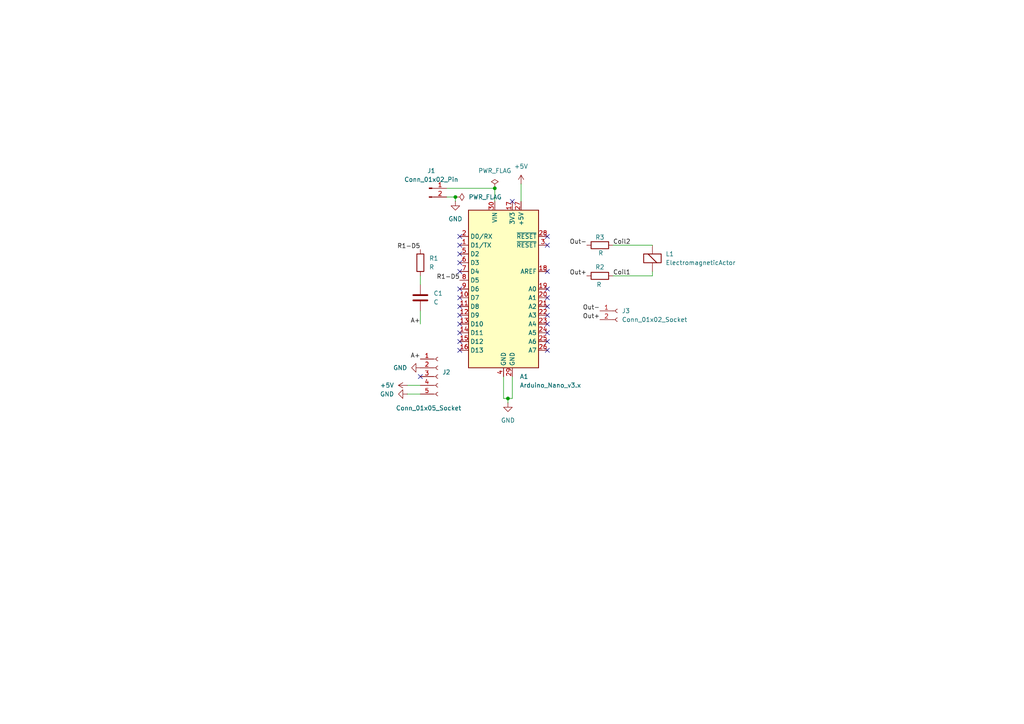
<source format=kicad_sch>
(kicad_sch (version 20250114) (generator "eeschema") (generator_version "9.0")
  (paper "A4")
  (lib_symbols
    (symbol "Connector:Conn_01x02_Pin" (pin_names (offset 1.016) (hide yes))
      (property "Reference" "J" (at 0 2.54 0))
      (property "Value" "Conn_01x02_Pin" (at 0 -5.08 0))
      (symbol "Conn_01x02_Pin_1_1"
        (rectangle (start 0.8636 0.127) (end 0 -0.127) (stroke (width 0.1524)) (fill (type outline)))
        (rectangle (start 0.8636 -2.413) (end 0 -2.667) (stroke (width 0.1524)) (fill (type outline)))
        (polyline (pts (xy 1.27 0) (xy 0.8636 0)) (stroke (width 0.1524)))
        (polyline (pts (xy 1.27 -2.54) (xy 0.8636 -2.54)) (stroke (width 0.1524)))
        (pin passive line (at 5.08 0 180) (length 3.81) (name "Pin_1") (number "1"))
        (pin passive line (at 5.08 -2.54 180) (length 3.81) (name "Pin_2") (number "2"))
      )
    )
    (symbol "Connector:Conn_01x02_Socket" (pin_names (offset 1.016) (hide yes))
      (property "Reference" "J" (at 0 2.54 0))
      (property "Value" "Conn_01x02_Socket" (at 0 -5.08 0))
      (symbol "Conn_01x02_Socket_1_1"
        (polyline (pts (xy -1.27 0) (xy -0.508 0)) (stroke (width 0.1524)))
        (polyline (pts (xy -1.27 -2.54) (xy -0.508 -2.54)) (stroke (width 0.1524)))
        (arc (start 0 -0.508) (mid -0.5058 0) (end 0 0.508) (stroke (width 0.1524)))
        (arc (start 0 -3.048) (mid -0.5058 -2.54) (end 0 -2.032) (stroke (width 0.1524)))
        (pin passive line (at -5.08 0 0) (length 3.81) (name "Pin_1") (number "1"))
        (pin passive line (at -5.08 -2.54 0) (length 3.81) (name "Pin_2") (number "2"))
      )
    )
    (symbol "Connector:Conn_01x05_Socket" (pin_names (offset 1.016) (hide yes))
      (property "Reference" "J" (at 0 7.62 0))
      (property "Value" "Conn_01x05_Socket" (at 0 -7.62 0))
      (symbol "Conn_01x05_Socket_1_1"
        (polyline (pts (xy -1.27 5.08) (xy -0.508 5.08)) (stroke (width 0.1524)))
        (polyline (pts (xy -1.27 2.54) (xy -0.508 2.54)) (stroke (width 0.1524)))
        (polyline (pts (xy -1.27 0) (xy -0.508 0)) (stroke (width 0.1524)))
        (polyline (pts (xy -1.27 -2.54) (xy -0.508 -2.54)) (stroke (width 0.1524)))
        (polyline (pts (xy -1.27 -5.08) (xy -0.508 -5.08)) (stroke (width 0.1524)))
        (arc (start 0 4.572) (mid -0.5058 5.08) (end 0 5.588) (stroke (width 0.1524)))
        (arc (start 0 2.032) (mid -0.5058 2.54) (end 0 3.048) (stroke (width 0.1524)))
        (arc (start 0 -0.508) (mid -0.5058 0) (end 0 0.508) (stroke (width 0.1524)))
        (arc (start 0 -3.048) (mid -0.5058 -2.54) (end 0 -2.032) (stroke (width 0.1524)))
        (arc (start 0 -5.588) (mid -0.5058 -5.08) (end 0 -4.572) (stroke (width 0.1524)))
        (pin passive line (at -5.08 5.08 0) (length 3.81) (name "Pin_1") (number "1"))
        (pin passive line (at -5.08 2.54 0) (length 3.81) (name "Pin_2") (number "2"))
        (pin passive line (at -5.08 0 0) (length 3.81) (name "Pin_3") (number "3"))
        (pin passive line (at -5.08 -2.54 0) (length 3.81) (name "Pin_4") (number "4"))
        (pin passive line (at -5.08 -5.08 0) (length 3.81) (name "Pin_5") (number "5"))
      )
    )
    (symbol "Device:C" (pin_numbers (hide yes)) (pin_names (offset 0.254))
      (property "Reference" "C" (at 0.635 2.54 0))
      (property "Value" "C" (at 0.635 -2.54 0))
      (symbol "C_0_1"
        (polyline (pts (xy -2.032 0.762) (xy 2.032 0.762)) (stroke (width 0.508)))
        (polyline (pts (xy -2.032 -0.762) (xy 2.032 -0.762)) (stroke (width 0.508)))
      )
      (symbol "C_1_1"
        (pin passive line (at 0 3.81 270) (length 2.794) (name "~") (number "1"))
        (pin passive line (at 0 -3.81 90) (length 2.794) (name "~") (number "2"))
      )
    )
    (symbol "Device:ElectromagneticActor" (pin_numbers (hide yes)) (pin_names (offset 0.0254) (hide yes))
      (property "Reference" "L" (at 1.27 3.81 0))
      (property "Value" "ElectromagneticActor" (at 1.27 -1.27 0))
      (symbol "ElectromagneticActor_0_1"
        (rectangle (start -2.54 2.54) (end 2.54 0) (stroke (width 0.254)))
        (polyline (pts (xy -1.27 2.54) (xy 1.27 0)) (stroke (width 0.254)))
      )
      (symbol "ElectromagneticActor_1_1"
        (pin passive line (at 0 5.08 270) (length 2.54) (name "-") (number "1"))
        (pin passive line (at 0 -2.54 90) (length 2.54) (name "+") (number "2"))
      )
    )
    (symbol "Device:R" (pin_numbers (hide yes)) (pin_names (offset 0))
      (property "Reference" "R" (at 2.032 0 90))
      (property "Value" "R" (at 0 0 90))
      (symbol "R_0_1"
        (rectangle (start -1.016 -2.54) (end 1.016 2.54) (stroke (width 0.254)))
      )
      (symbol "R_1_1"
        (pin passive line (at 0 3.81 270) (length 1.27) (name "~") (number "1"))
        (pin passive line (at 0 -3.81 90) (length 1.27) (name "~") (number "2"))
      )
    )
    (symbol "MCU_Module:Arduino_Nano_v3.x"
      (property "Reference" "A" (at -10.16 23.495 0))
      (property "Value" "Arduino_Nano_v3.x" (at 5.08 -24.13 0))
      (symbol "Arduino_Nano_v3.x_0_1"
        (rectangle (start -10.16 22.86) (end 10.16 -22.86) (stroke (width 0.254)) (fill (type background)))
      )
      (symbol "Arduino_Nano_v3.x_1_1"
        (pin bidirectional line (at -12.7 15.24 0) (length 2.54) (name "D0/RX") (number "2"))
        (pin bidirectional line (at -12.7 12.7 0) (length 2.54) (name "D1/TX") (number "1"))
        (pin bidirectional line (at -12.7 10.16 0) (length 2.54) (name "D2") (number "5"))
        (pin bidirectional line (at -12.7 7.62 0) (length 2.54) (name "D3") (number "6"))
        (pin bidirectional line (at -12.7 5.08 0) (length 2.54) (name "D4") (number "7"))
        (pin bidirectional line (at -12.7 2.54 0) (length 2.54) (name "D5") (number "8"))
        (pin bidirectional line (at -12.7 0 0) (length 2.54) (name "D6") (number "9"))
        (pin bidirectional line (at -12.7 -2.54 0) (length 2.54) (name "D7") (number "10"))
        (pin bidirectional line (at -12.7 -5.08 0) (length 2.54) (name "D8") (number "11"))
        (pin bidirectional line (at -12.7 -7.62 0) (length 2.54) (name "D9") (number "12"))
        (pin bidirectional line (at -12.7 -10.16 0) (length 2.54) (name "D10") (number "13"))
        (pin bidirectional line (at -12.7 -12.7 0) (length 2.54) (name "D11") (number "14"))
        (pin bidirectional line (at -12.7 -15.24 0) (length 2.54) (name "D12") (number "15"))
        (pin bidirectional line (at -12.7 -17.78 0) (length 2.54) (name "D13") (number "16"))
        (pin power_in line (at -2.54 25.4 270) (length 2.54) (name "VIN") (number "30"))
        (pin power_in line (at 0 -25.4 90) (length 2.54) (name "GND") (number "4"))
        (pin power_out line (at 2.54 25.4 270) (length 2.54) (name "3V3") (number "17"))
        (pin power_in line (at 2.54 -25.4 90) (length 2.54) (name "GND") (number "29"))
        (pin power_out line (at 5.08 25.4 270) (length 2.54) (name "+5V") (number "27"))
        (pin input line (at 12.7 15.24 180) (length 2.54) (name "~{RESET}") (number "28"))
        (pin input line (at 12.7 12.7 180) (length 2.54) (name "~{RESET}") (number "3"))
        (pin input line (at 12.7 5.08 180) (length 2.54) (name "AREF") (number "18"))
        (pin bidirectional line (at 12.7 0 180) (length 2.54) (name "A0") (number "19"))
        (pin bidirectional line (at 12.7 -2.54 180) (length 2.54) (name "A1") (number "20"))
        (pin bidirectional line (at 12.7 -5.08 180) (length 2.54) (name "A2") (number "21"))
        (pin bidirectional line (at 12.7 -7.62 180) (length 2.54) (name "A3") (number "22"))
        (pin bidirectional line (at 12.7 -10.16 180) (length 2.54) (name "A4") (number "23"))
        (pin bidirectional line (at 12.7 -12.7 180) (length 2.54) (name "A5") (number "24"))
        (pin bidirectional line (at 12.7 -15.24 180) (length 2.54) (name "A6") (number "25"))
        (pin bidirectional line (at 12.7 -17.78 180) (length 2.54) (name "A7") (number "26"))
      )
    )
    (symbol "power:+5V" (power) (pin_numbers (hide yes)) (pin_names (offset 0) (hide yes))
      (property "Value" "+5V" (at 0 3.556 0))
      (symbol "+5V_0_1"
        (polyline (pts (xy -0.762 1.27) (xy 0 2.54)))
        (polyline (pts (xy 0 2.54) (xy 0.762 1.27)))
        (polyline (pts (xy 0 0) (xy 0 2.54)))
      )
      (symbol "+5V_1_1"
        (pin power_in line (at 0 0 90) (length 0) (name "~") (number "1"))
      )
    )
    (symbol "power:GND" (power) (pin_numbers (hide yes)) (pin_names (offset 0) (hide yes))
      (property "Value" "GND" (at 0 -3.81 0))
      (symbol "GND_0_1"
        (polyline (pts (xy 0 0) (xy 0 -1.27) (xy 1.27 -1.27) (xy 0 -2.54) (xy -1.27 -1.27) (xy 0 -1.27)))
      )
      (symbol "GND_1_1"
        (pin power_in line (at 0 0 270) (length 0) (name "~") (number "1"))
      )
    )
    (symbol "power:PWR_FLAG" (power) (pin_numbers (hide yes)) (pin_names (offset 0) (hide yes))
      (property "Value" "PWR_FLAG" (at 0 3.81 0))
      (symbol "PWR_FLAG_0_0"
        (pin power_out line (at 0 0 90) (length 0) (name "~") (number "1"))
      )
      (symbol "PWR_FLAG_0_1"
        (polyline (pts (xy 0 0) (xy 0 1.27) (xy -1.016 1.905) (xy 0 2.54) (xy 1.016 1.905) (xy 0 1.27)))
      )
    )
  )
  (junction (at 143.51 54.61))
  (junction (at 147.32 115.57))
  (junction (at 132.08 57.15))
  (no_connect (at 158.75 99.06))
  (no_connect (at 158.75 78.74))
  (no_connect (at 133.35 76.2))
  (no_connect (at 158.75 93.98))
  (no_connect (at 158.75 71.12))
  (no_connect (at 133.35 101.6))
  (no_connect (at 133.35 86.36))
  (no_connect (at 158.75 96.52))
  (no_connect (at 133.35 99.06))
  (no_connect (at 133.35 96.52))
  (no_connect (at 158.75 86.36))
  (no_connect (at 133.35 78.74))
  (no_connect (at 158.75 101.6))
  (no_connect (at 133.35 71.12))
  (no_connect (at 158.75 91.44))
  (no_connect (at 158.75 88.9))
  (no_connect (at 133.35 68.58))
  (no_connect (at 121.92 109.22))
  (no_connect (at 158.75 83.82))
  (no_connect (at 158.75 68.58))
  (no_connect (at 133.35 91.44))
  (no_connect (at 133.35 93.98))
  (no_connect (at 133.35 73.66))
  (no_connect (at 148.59 58.42))
  (no_connect (at 133.35 88.9))
  (no_connect (at 133.35 83.82))
  (wire (pts (xy 118.11 114.3) (xy 121.92 114.3)))
  (wire (pts (xy 132.08 57.15) (xy 132.08 58.42)))
  (wire (pts (xy 151.13 53.34) (xy 151.13 58.42)))
  (wire (pts (xy 146.05 115.57) (xy 147.32 115.57)))
  (wire (pts (xy 121.92 80.01) (xy 121.92 82.55)))
  (wire (pts (xy 118.11 111.76) (xy 121.92 111.76)))
  (wire (pts (xy 129.54 54.61) (xy 143.51 54.61)))
  (wire (pts (xy 143.51 54.61) (xy 143.51 58.42)))
  (wire (pts (xy 129.54 57.15) (xy 132.08 57.15)))
  (wire (pts (xy 147.32 115.57) (xy 147.32 116.84)))
  (wire (pts (xy 189.23 71.12) (xy 177.8 71.12)))
  (wire (pts (xy 189.23 78.74) (xy 189.23 80.01)))
  (wire (pts (xy 121.92 90.17) (xy 121.92 93.98)))
  (wire (pts (xy 148.59 115.57) (xy 147.32 115.57)))
  (wire (pts (xy 146.05 109.22) (xy 146.05 115.57)))
  (wire (pts (xy 148.59 109.22) (xy 148.59 115.57)))
  (wire (pts (xy 177.8 80.01) (xy 189.23 80.01)))
  (label "Out-" (at 173.99 90.17 180))
  (label "Coil2" (at 177.8 71.12 0))
  (label "R1-D5" (at 121.92 72.39 180))
  (label "A+" (at 121.92 104.14 180))
  (label "Out+" (at 173.99 92.71 180))
  (label "Coil1" (at 177.8 80.01 0))
  (label "Out+" (at 170.18 80.01 180))
  (label "R1-D5" (at 133.35 81.28 180))
  (label "A+" (at 121.92 93.98 180))
  (label "Out-" (at 170.18 71.12 180))
  (symbol (lib_id "Device:R") (at 121.92 76.2 0) (unit 1)
    (property "Reference" "R1" (at 124.46 74.9299 0) (effects (justify left)))
    (property "Value" "R" (at 124.46 77.4699 0) (effects (justify left)))
    (property "Footprint" "Resistor_THT:R_Axial_DIN0204_L3.6mm_D1.6mm_P5.08mm_Horizontal" (effects (hide yes)))
    (property "Description" "Resistor" (effects (hide yes)))
  )
  (symbol (lib_id "Connector:Conn_01x02_Pin") (at 124.46 54.61 0) (unit 1)
    (property "Reference" "J1" (at 125.095 49.53 0))
    (property "Value" "Conn_01x02_Pin" (at 125.095 52.07 0))
    (property "Footprint" "Connector_PinSocket_2.54mm:PinSocket_1x02_P2.54mm_Vertical" (effects (hide yes)))
    (property "Description" "Generic connector, single row, 01x02, script generated" (effects (hide yes)))
  )
  (symbol (lib_id "Connector:Conn_01x05_Socket") (at 127 109.22 0) (unit 1)
    (property "Reference" "J2" (at 128.27 107.9499 0) (effects (justify left)))
    (property "Value" "Conn_01x05_Socket" (at 114.808 118.364 0) (effects (justify left)))
    (property "Footprint" "Connector_PinSocket_2.54mm:PinSocket_1x05_P2.54mm_Vertical" (effects (hide yes)))
    (property "Description" "Generic connector, single row, 01x05, script generated" (effects (hide yes)))
  )
  (symbol (lib_id "Device:R") (at 173.99 80.01 90) (unit 1)
    (property "Reference" "R2" (at 173.99 77.47 90))
    (property "Value" "R" (at 173.736 82.55 90))
    (property "Footprint" "Resistor_THT:R_Axial_DIN0204_L3.6mm_D1.6mm_P5.08mm_Horizontal" (effects (hide yes)))
    (property "Description" "Resistor" (effects (hide yes)))
  )
  (symbol (lib_id "power:+5V") (at 118.11 111.76 90) (unit 1)
    (property "Reference" "#PWR010" (effects (hide yes)))
    (property "Value" "+5V" (at 114.3 111.7599 90) (effects (justify left)))
    (property "Description" "Power symbol creates a global label with name \"+5V\"" (effects (hide yes)))
  )
  (symbol (lib_id "Device:C") (at 121.92 86.36 0) (unit 1)
    (property "Reference" "C1" (at 125.73 85.0899 0) (effects (justify left)))
    (property "Value" "C" (at 125.73 87.6299 0) (effects (justify left)))
    (property "Footprint" "Resistor_THT:R_Axial_DIN0204_L3.6mm_D1.6mm_P5.08mm_Horizontal" (effects (hide yes)))
    (property "Description" "Unpolarized capacitor" (effects (hide yes)))
  )
  (symbol (lib_id "power:GND") (at 132.08 58.42 0) (unit 1)
    (property "Reference" "#PWR01" (effects (hide yes)))
    (property "Value" "GND" (at 132.08 63.5 0))
    (property "Description" "Power symbol creates a global label with name \"GND\" , ground" (effects (hide yes)))
  )
  (symbol (lib_id "MCU_Module:Arduino_Nano_v3.x") (at 146.05 83.82 0) (unit 1)
    (property "Reference" "A1" (at 150.7333 109.22 0) (effects (justify left)))
    (property "Value" "Arduino_Nano_v3.x" (at 150.7333 111.76 0) (effects (justify left)))
    (property "Footprint" "Module:Arduino_Nano" (effects (hide yes)))
    (property "Datasheet" "http://www.mouser.com/pdfdocs/Gravitech_Arduino_Nano3_0.pdf" (effects (hide yes)))
    (property "Description" "Arduino Nano v3.x" (effects (hide yes)))
  )
  (symbol (lib_id "Device:ElectromagneticActor") (at 189.23 76.2 0) (unit 1)
    (property "Reference" "L1" (at 193.04 73.6599 0) (effects (justify left)))
    (property "Value" "ElectromagneticActor" (at 193.04 76.1999 0) (effects (justify left)))
    (property "Footprint" "Resistor_THT:R_Axial_DIN0204_L3.6mm_D1.6mm_P5.08mm_Horizontal" (effects (hide yes)))
    (property "Description" "Electromagnetic actor" (effects (hide yes)))
  )
  (symbol (lib_id "power:PWR_FLAG") (at 132.08 57.15 270) (unit 1)
    (property "Reference" "#FLG02" (effects (hide yes)))
    (property "Value" "PWR_FLAG" (at 135.89 57.1499 90) (effects (justify left)))
    (property "Description" "Special symbol for telling ERC where power comes from" (effects (hide yes)))
  )
  (symbol (lib_id "power:GND") (at 121.92 106.68 270) (unit 1)
    (property "Reference" "#PWR08" (effects (hide yes)))
    (property "Value" "GND" (at 118.11 106.6799 90) (effects (justify right)))
    (property "Description" "Power symbol creates a global label with name \"GND\" , ground" (effects (hide yes)))
  )
  (symbol (lib_id "Device:R") (at 173.99 71.12 270) (unit 1)
    (property "Reference" "R3" (at 173.99 68.834 90))
    (property "Value" "R" (at 174.244 73.406 90))
    (property "Footprint" "Resistor_THT:R_Axial_DIN0204_L3.6mm_D1.6mm_P5.08mm_Horizontal" (effects (hide yes)))
    (property "Description" "Resistor" (effects (hide yes)))
  )
  (symbol (lib_id "Connector:Conn_01x02_Socket") (at 179.07 90.17 0) (unit 1)
    (property "Reference" "J3" (at 180.34 90.1699 0) (effects (justify left)))
    (property "Value" "Conn_01x02_Socket" (at 180.34 92.7099 0) (effects (justify left)))
    (property "Footprint" "Resistor_THT:R_Axial_DIN0204_L3.6mm_D1.6mm_P5.08mm_Horizontal" (effects (hide yes)))
    (property "Description" "Generic connector, single row, 01x02, script generated" (effects (hide yes)))
  )
  (symbol (lib_id "power:GND") (at 147.32 116.84 0) (unit 1)
    (property "Reference" "#PWR03" (effects (hide yes)))
    (property "Value" "GND" (at 147.32 121.92 0))
    (property "Description" "Power symbol creates a global label with name \"GND\" , ground" (effects (hide yes)))
  )
  (symbol (lib_id "power:+5V") (at 151.13 53.34 0) (unit 1)
    (property "Reference" "#PWR02" (effects (hide yes)))
    (property "Value" "+5V" (at 151.13 48.26 0))
    (property "Description" "Power symbol creates a global label with name \"+5V\"" (effects (hide yes)))
  )
  (symbol (lib_id "power:PWR_FLAG") (at 143.51 54.61 0) (unit 1)
    (property "Reference" "#FLG01" (effects (hide yes)))
    (property "Value" "PWR_FLAG" (at 143.51 49.53 0))
    (property "Description" "Special symbol for telling ERC where power comes from" (effects (hide yes)))
  )
  (symbol (lib_id "power:GND") (at 118.11 114.3 270) (unit 1)
    (property "Reference" "#PWR05" (effects (hide yes)))
    (property "Value" "GND" (at 114.3 114.2999 90) (effects (justify right)))
    (property "Description" "Power symbol creates a global label with name \"GND\" , ground" (effects (hide yes)))
  )
)
</source>
